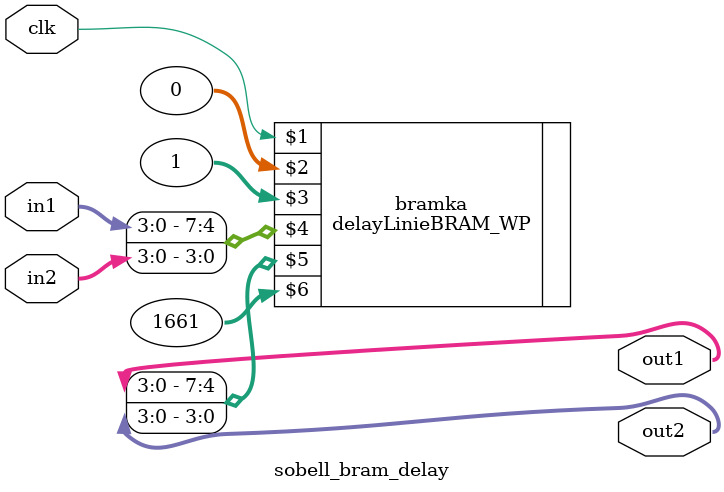
<source format=v>
`timescale 1ns / 1ps

module sobell_bram_delay # (parameter H_SIZE = 1664) (clk, in1, in2, out1, out2);
    input clk;
    input[3:0] in1;
    input[3:0] in2;

    output[3:0] out1;
    output[3:0] out2;
    
    delayLinieBRAM_WP #(.WIDTH(8), .BRAM_SIZE_W(11)) bramka
        (clk, 0, 1, {in1, in2}, {out1, out2}, H_SIZE - 3);
endmodule


</source>
